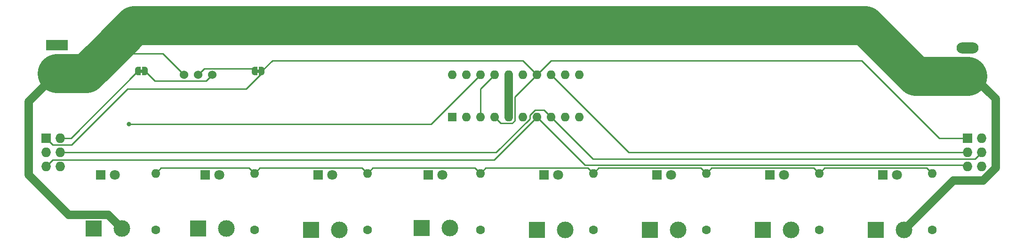
<source format=gtl>
%TF.GenerationSoftware,KiCad,Pcbnew,6.0.2-378541a8eb~116~ubuntu20.04.1*%
%TF.CreationDate,2022-03-18T17:44:59-05:00*%
%TF.ProjectId,daughter,64617567-6874-4657-922e-6b696361645f,rev?*%
%TF.SameCoordinates,Original*%
%TF.FileFunction,Copper,L1,Top*%
%TF.FilePolarity,Positive*%
%FSLAX46Y46*%
G04 Gerber Fmt 4.6, Leading zero omitted, Abs format (unit mm)*
G04 Created by KiCad (PCBNEW 6.0.2-378541a8eb~116~ubuntu20.04.1) date 2022-03-18 17:44:59*
%MOMM*%
%LPD*%
G01*
G04 APERTURE LIST*
G04 Aperture macros list*
%AMFreePoly0*
4,1,22,0.500000,-0.750000,0.000000,-0.750000,0.000000,-0.745033,-0.079941,-0.743568,-0.215256,-0.701293,-0.333266,-0.622738,-0.424486,-0.514219,-0.481581,-0.384460,-0.499164,-0.250000,-0.500000,-0.250000,-0.500000,0.250000,-0.499164,0.250000,-0.499963,0.256109,-0.478152,0.396186,-0.417904,0.524511,-0.324060,0.630769,-0.204165,0.706417,-0.067858,0.745374,0.000000,0.744959,0.000000,0.750000,
0.500000,0.750000,0.500000,-0.750000,0.500000,-0.750000,$1*%
%AMFreePoly1*
4,1,20,0.000000,0.744959,0.073905,0.744508,0.209726,0.703889,0.328688,0.626782,0.421226,0.519385,0.479903,0.390333,0.500000,0.250000,0.500000,-0.250000,0.499851,-0.262216,0.476331,-0.402017,0.414519,-0.529596,0.319384,-0.634700,0.198574,-0.708877,0.061801,-0.746166,0.000000,-0.745033,0.000000,-0.750000,-0.500000,-0.750000,-0.500000,0.750000,0.000000,0.750000,0.000000,0.744959,
0.000000,0.744959,$1*%
G04 Aperture macros list end*
%TA.AperFunction,ComponentPad*%
%ADD10R,3.000000X3.000000*%
%TD*%
%TA.AperFunction,ComponentPad*%
%ADD11C,3.000000*%
%TD*%
%TA.AperFunction,ComponentPad*%
%ADD12R,1.727200X1.727200*%
%TD*%
%TA.AperFunction,ComponentPad*%
%ADD13O,1.727200X1.727200*%
%TD*%
%TA.AperFunction,ComponentPad*%
%ADD14R,1.800000X1.800000*%
%TD*%
%TA.AperFunction,ComponentPad*%
%ADD15C,1.800000*%
%TD*%
%TA.AperFunction,SMDPad,CuDef*%
%ADD16FreePoly0,0.000000*%
%TD*%
%TA.AperFunction,SMDPad,CuDef*%
%ADD17FreePoly1,0.000000*%
%TD*%
%TA.AperFunction,ComponentPad*%
%ADD18R,3.960000X1.980000*%
%TD*%
%TA.AperFunction,ComponentPad*%
%ADD19O,3.960000X1.980000*%
%TD*%
%TA.AperFunction,ComponentPad*%
%ADD20C,1.600000*%
%TD*%
%TA.AperFunction,ComponentPad*%
%ADD21O,1.600000X1.600000*%
%TD*%
%TA.AperFunction,ComponentPad*%
%ADD22R,1.600000X1.600000*%
%TD*%
%TA.AperFunction,ComponentPad*%
%ADD23C,1.524000*%
%TD*%
%TA.AperFunction,ViaPad*%
%ADD24C,0.800000*%
%TD*%
%TA.AperFunction,Conductor*%
%ADD25C,7.000000*%
%TD*%
%TA.AperFunction,Conductor*%
%ADD26C,1.500000*%
%TD*%
%TA.AperFunction,Conductor*%
%ADD27C,0.250000*%
%TD*%
G04 APERTURE END LIST*
%TO.C,JP1*%
G36*
X63750000Y-86025000D02*
G01*
X63250000Y-86025000D01*
X63250000Y-85425000D01*
X63750000Y-85425000D01*
X63750000Y-86025000D01*
G37*
%TO.C,JP2*%
G36*
X84720000Y-86025000D02*
G01*
X84220000Y-86025000D01*
X84220000Y-85425000D01*
X84720000Y-85425000D01*
X84720000Y-86025000D01*
G37*
%TD*%
D10*
%TO.P,J7,1,Pin_1*%
%TO.N,/D6*%
X175260000Y-114300000D03*
D11*
%TO.P,J7,2,Pin_2*%
%TO.N,+VDC*%
X180340000Y-114300000D03*
%TD*%
D10*
%TO.P,J1,1,Pin_1*%
%TO.N,/D0*%
X54864000Y-114046000D03*
D11*
%TO.P,J1,2,Pin_2*%
%TO.N,+VDC*%
X59944000Y-114046000D03*
%TD*%
D12*
%TO.P,J10,1,Pin_1*%
%TO.N,GNDD*%
X46355000Y-97790000D03*
D13*
%TO.P,J10,2,Pin_2*%
%TO.N,Net-(J10-Pad2)*%
X48895000Y-97790000D03*
%TO.P,J10,3,Pin_3*%
%TO.N,/SERIN*%
X46355000Y-100330000D03*
%TO.P,J10,4,Pin_4*%
%TO.N,/CLOCK*%
X48895000Y-100330000D03*
%TO.P,J10,5,Pin_5*%
%TO.N,/LATCH*%
X46355000Y-102870000D03*
%TO.P,J10,6,Pin_6*%
%TO.N,unconnected-(J10-Pad6)*%
X48895000Y-102870000D03*
%TD*%
D14*
%TO.P,D2,1,K*%
%TO.N,/D1*%
X74925000Y-104394000D03*
D15*
%TO.P,D2,2,A*%
%TO.N,Net-(D2-Pad2)*%
X77465000Y-104394000D03*
%TD*%
D14*
%TO.P,D7,1,K*%
%TO.N,/D6*%
X176525000Y-104394000D03*
D15*
%TO.P,D7,2,A*%
%TO.N,Net-(D7-Pad2)*%
X179065000Y-104394000D03*
%TD*%
D12*
%TO.P,J9,1,Pin_1*%
%TO.N,GNDD*%
X212090000Y-97790000D03*
D13*
%TO.P,J9,2,Pin_2*%
%TO.N,+5V*%
X214630000Y-97790000D03*
%TO.P,J9,3,Pin_3*%
%TO.N,/SEROUT*%
X212090000Y-100330000D03*
%TO.P,J9,4,Pin_4*%
%TO.N,/CLOCK*%
X214630000Y-100330000D03*
%TO.P,J9,5,Pin_5*%
%TO.N,/LATCH*%
X212090000Y-102870000D03*
%TO.P,J9,6,Pin_6*%
%TO.N,unconnected-(J9-Pad6)*%
X214630000Y-102870000D03*
%TD*%
D10*
%TO.P,J2,1,Pin_1*%
%TO.N,/D1*%
X73660000Y-114046000D03*
D11*
%TO.P,J2,2,Pin_2*%
%TO.N,+VDC*%
X78740000Y-114046000D03*
%TD*%
D14*
%TO.P,D8,1,K*%
%TO.N,/D7*%
X196845000Y-104394000D03*
D15*
%TO.P,D8,2,A*%
%TO.N,Net-(D8-Pad2)*%
X199385000Y-104394000D03*
%TD*%
D16*
%TO.P,JP1,1,A*%
%TO.N,Net-(J10-Pad2)*%
X62850000Y-85725000D03*
D17*
%TO.P,JP1,2,B*%
%TO.N,+5V*%
X64150000Y-85725000D03*
%TD*%
D18*
%TO.P,J11,1,Pin_1*%
%TO.N,GNDPWR*%
X48260000Y-81055000D03*
D19*
%TO.P,J11,2,Pin_2*%
%TO.N,+VDC*%
X48260000Y-86135000D03*
%TD*%
D20*
%TO.P,R3,1*%
%TO.N,Net-(D3-Pad2)*%
X104140000Y-114300000D03*
D21*
%TO.P,R3,2*%
%TO.N,+5V*%
X104140000Y-104140000D03*
%TD*%
D10*
%TO.P,J8,1,Pin_1*%
%TO.N,/D7*%
X195580000Y-114300000D03*
D11*
%TO.P,J8,2,Pin_2*%
%TO.N,+VDC*%
X200660000Y-114300000D03*
%TD*%
D10*
%TO.P,J6,1,Pin_1*%
%TO.N,/D5*%
X154940000Y-114300000D03*
D11*
%TO.P,J6,2,Pin_2*%
%TO.N,+VDC*%
X160020000Y-114300000D03*
%TD*%
D20*
%TO.P,R4,1*%
%TO.N,Net-(D4-Pad2)*%
X124460000Y-114300000D03*
D21*
%TO.P,R4,2*%
%TO.N,+5V*%
X124460000Y-104140000D03*
%TD*%
D22*
%TO.P,U2,1,DRAIN2*%
%TO.N,/D2*%
X119380000Y-93980000D03*
D21*
%TO.P,U2,2,DRAIN3*%
%TO.N,/D3*%
X121920000Y-93980000D03*
%TO.P,U2,3,SRCLR*%
%TO.N,+5V*%
X124460000Y-93980000D03*
%TO.P,U2,4,G*%
%TO.N,GNDD*%
X127000000Y-93980000D03*
%TO.P,U2,5,PGND*%
%TO.N,GNDPWR*%
X129540000Y-93980000D03*
%TO.P,U2,6,PGND*%
X132080000Y-93980000D03*
%TO.P,U2,7,RCK*%
%TO.N,/LATCH*%
X134620000Y-93980000D03*
%TO.P,U2,8,SRCK*%
%TO.N,/CLOCK*%
X137160000Y-93980000D03*
%TO.P,U2,9,DRAIN4*%
%TO.N,/D4*%
X139700000Y-93980000D03*
%TO.P,U2,10,DRAIN5*%
%TO.N,/D5*%
X142240000Y-93980000D03*
%TO.P,U2,11,DRAIN6*%
%TO.N,/D6*%
X142240000Y-86360000D03*
%TO.P,U2,12,DRAIN7*%
%TO.N,/D7*%
X139700000Y-86360000D03*
%TO.P,U2,13,SEROUT*%
%TO.N,/SEROUT*%
X137160000Y-86360000D03*
%TO.P,U2,14,LGND*%
%TO.N,GNDD*%
X134620000Y-86360000D03*
%TO.P,U2,15,PGND*%
%TO.N,GNDPWR*%
X132080000Y-86360000D03*
%TO.P,U2,16,PGND*%
X129540000Y-86360000D03*
%TO.P,U2,17,VCC*%
%TO.N,+5V*%
X127000000Y-86360000D03*
%TO.P,U2,18,SERIN*%
%TO.N,/SERIN*%
X124460000Y-86360000D03*
%TO.P,U2,19,DRAIN0*%
%TO.N,/D0*%
X121920000Y-86360000D03*
%TO.P,U2,20,DRAIN1*%
%TO.N,/D1*%
X119380000Y-86360000D03*
%TD*%
D14*
%TO.P,D6,1,K*%
%TO.N,/D5*%
X156205000Y-104394000D03*
D15*
%TO.P,D6,2,A*%
%TO.N,Net-(D6-Pad2)*%
X158745000Y-104394000D03*
%TD*%
D20*
%TO.P,R6,1*%
%TO.N,Net-(D6-Pad2)*%
X165100000Y-114300000D03*
D21*
%TO.P,R6,2*%
%TO.N,+5V*%
X165100000Y-104140000D03*
%TD*%
D10*
%TO.P,J3,1,Pin_1*%
%TO.N,/D2*%
X93980000Y-114300000D03*
D11*
%TO.P,J3,2,Pin_2*%
%TO.N,+VDC*%
X99060000Y-114300000D03*
%TD*%
D20*
%TO.P,R7,1*%
%TO.N,Net-(D7-Pad2)*%
X185420000Y-114300000D03*
D21*
%TO.P,R7,2*%
%TO.N,+5V*%
X185420000Y-104140000D03*
%TD*%
D14*
%TO.P,D4,1,K*%
%TO.N,/D3*%
X115057000Y-104394000D03*
D15*
%TO.P,D4,2,A*%
%TO.N,Net-(D4-Pad2)*%
X117597000Y-104394000D03*
%TD*%
D14*
%TO.P,D5,1,K*%
%TO.N,/D4*%
X135885000Y-104394000D03*
D15*
%TO.P,D5,2,A*%
%TO.N,Net-(D5-Pad2)*%
X138425000Y-104394000D03*
%TD*%
D20*
%TO.P,R5,1*%
%TO.N,Net-(D5-Pad2)*%
X144780000Y-114300000D03*
D21*
%TO.P,R5,2*%
%TO.N,+5V*%
X144780000Y-104140000D03*
%TD*%
D14*
%TO.P,D3,1,K*%
%TO.N,/D2*%
X95245000Y-104394000D03*
D15*
%TO.P,D3,2,A*%
%TO.N,Net-(D3-Pad2)*%
X97785000Y-104394000D03*
%TD*%
D20*
%TO.P,R1,1*%
%TO.N,Net-(D1-Pad2)*%
X66040000Y-114300000D03*
D21*
%TO.P,R1,2*%
%TO.N,+5V*%
X66040000Y-104140000D03*
%TD*%
D16*
%TO.P,JP2,1,A*%
%TO.N,GNDPWR*%
X83820000Y-85725000D03*
D17*
%TO.P,JP2,2,B*%
%TO.N,GNDD*%
X85120000Y-85725000D03*
%TD*%
D10*
%TO.P,J5,1,Pin_1*%
%TO.N,/D4*%
X134620000Y-114300000D03*
D11*
%TO.P,J5,2,Pin_2*%
%TO.N,+VDC*%
X139700000Y-114300000D03*
%TD*%
D20*
%TO.P,R2,1*%
%TO.N,Net-(D2-Pad2)*%
X83820000Y-114300000D03*
D21*
%TO.P,R2,2*%
%TO.N,+5V*%
X83820000Y-104140000D03*
%TD*%
D23*
%TO.P,U1,1,PWR*%
%TO.N,+VDC*%
X71120000Y-86360000D03*
%TO.P,U1,2,GND*%
%TO.N,GNDPWR*%
X73660000Y-86360000D03*
%TO.P,U1,3,+5V*%
%TO.N,+5V*%
X76200000Y-86360000D03*
%TD*%
D10*
%TO.P,J4,1,Pin_1*%
%TO.N,/D3*%
X113870000Y-113980000D03*
D11*
%TO.P,J4,2,Pin_2*%
%TO.N,+VDC*%
X118950000Y-113980000D03*
%TD*%
D18*
%TO.P,J12,1,Pin_1*%
%TO.N,+VDC*%
X212090000Y-86585000D03*
D19*
%TO.P,J12,2,Pin_2*%
%TO.N,GNDPWR*%
X212090000Y-81505000D03*
%TD*%
D20*
%TO.P,R8,1*%
%TO.N,Net-(D8-Pad2)*%
X205740000Y-114300000D03*
D21*
%TO.P,R8,2*%
%TO.N,+5V*%
X205740000Y-104140000D03*
%TD*%
D14*
%TO.P,D1,1,K*%
%TO.N,/D0*%
X56129000Y-104394000D03*
D15*
%TO.P,D1,2,A*%
%TO.N,Net-(D1-Pad2)*%
X58669000Y-104394000D03*
%TD*%
D24*
%TO.N,/SERIN*%
X61214000Y-95250000D03*
%TD*%
D25*
%TO.N,+VDC*%
X53549022Y-86135000D02*
X57142011Y-82542011D01*
D26*
X217170000Y-103126480D02*
X217170000Y-90678000D01*
X43180000Y-104394000D02*
X43180000Y-91215000D01*
D27*
X67302011Y-82542011D02*
X57142011Y-82542011D01*
D25*
X48260000Y-86135000D02*
X53549022Y-86135000D01*
D27*
X71300000Y-86995000D02*
X71300000Y-86586060D01*
D25*
X202790000Y-86585000D02*
X212090000Y-86585000D01*
D26*
X57494489Y-111596489D02*
X50382489Y-111596489D01*
X200660000Y-114300000D02*
X209552480Y-105407520D01*
X50382489Y-111596489D02*
X43180000Y-104394000D01*
X59944000Y-114046000D02*
X57494489Y-111596489D01*
D25*
X57142011Y-82542011D02*
X62214022Y-77470000D01*
D26*
X214888960Y-105407520D02*
X217170000Y-103126480D01*
X213077000Y-86585000D02*
X212090000Y-86585000D01*
D25*
X62214022Y-77470000D02*
X193675000Y-77470000D01*
D26*
X43180000Y-91215000D02*
X48260000Y-86135000D01*
X209552480Y-105407520D02*
X214888960Y-105407520D01*
D27*
X71120000Y-86360000D02*
X67302011Y-82542011D01*
D26*
X217170000Y-90678000D02*
X213077000Y-86585000D01*
D25*
X193675000Y-77470000D02*
X202790000Y-86585000D01*
D27*
%TO.N,GNDD*%
X128124511Y-95104511D02*
X127000000Y-93980000D01*
X50881889Y-98978111D02*
X60960000Y-88900000D01*
X46355000Y-97790000D02*
X47543111Y-98978111D01*
X132080000Y-83820000D02*
X134620000Y-86360000D01*
X130664511Y-90315489D02*
X130664511Y-94633489D01*
X130193489Y-95104511D02*
X128124511Y-95104511D01*
X134620000Y-86360000D02*
X130664511Y-90315489D01*
X85120000Y-86133940D02*
X85120000Y-85725000D01*
X47543111Y-98978111D02*
X50881889Y-98978111D01*
X60960000Y-88900000D02*
X82353940Y-88900000D01*
X85120000Y-85725000D02*
X87025000Y-83820000D01*
X87025000Y-83820000D02*
X132080000Y-83820000D01*
X207010000Y-97790000D02*
X193040000Y-83820000D01*
X212090000Y-97790000D02*
X207010000Y-97790000D01*
X130664511Y-94633489D02*
X130193489Y-95104511D01*
X193040000Y-83820000D02*
X137160000Y-83820000D01*
X82353940Y-88900000D02*
X85120000Y-86133940D01*
X137160000Y-83820000D02*
X134620000Y-86360000D01*
%TO.N,+5V*%
X125430511Y-103169489D02*
X143809489Y-103169489D01*
X184449489Y-103169489D02*
X185420000Y-104140000D01*
X123489489Y-103169489D02*
X124460000Y-104140000D01*
X82849489Y-103169489D02*
X83820000Y-104140000D01*
X204769489Y-103169489D02*
X205740000Y-104140000D01*
X164129489Y-103169489D02*
X165100000Y-104140000D01*
X143809489Y-103169489D02*
X144780000Y-104140000D01*
X83820000Y-104140000D02*
X84790511Y-103169489D01*
X105110511Y-103169489D02*
X123489489Y-103169489D01*
X166070511Y-103169489D02*
X184449489Y-103169489D01*
X66040000Y-104140000D02*
X67010511Y-103169489D01*
X145750511Y-103169489D02*
X164129489Y-103169489D01*
X75113489Y-87446511D02*
X76200000Y-86360000D01*
X124460000Y-104140000D02*
X125430511Y-103169489D01*
X103169489Y-103169489D02*
X104140000Y-104140000D01*
X165100000Y-104140000D02*
X166070511Y-103169489D01*
X124460000Y-93980000D02*
X124460000Y-88900000D01*
X144780000Y-104140000D02*
X145750511Y-103169489D01*
X67010511Y-103169489D02*
X82849489Y-103169489D01*
X84790511Y-103169489D02*
X103169489Y-103169489D01*
X64150000Y-85725000D02*
X65871511Y-87446511D01*
X104140000Y-104140000D02*
X105110511Y-103169489D01*
X65871511Y-87446511D02*
X75113489Y-87446511D01*
X124460000Y-88900000D02*
X127000000Y-86360000D01*
X185420000Y-104140000D02*
X186390511Y-103169489D01*
X186390511Y-103169489D02*
X204769489Y-103169489D01*
%TO.N,/SEROUT*%
X137160000Y-86360000D02*
X151130000Y-100330000D01*
X151130000Y-100330000D02*
X212090000Y-100330000D01*
%TO.N,/CLOCK*%
X144698111Y-101518111D02*
X213441889Y-101518111D01*
X137160000Y-93980000D02*
X144698111Y-101518111D01*
X135890000Y-92710000D02*
X137160000Y-93980000D01*
X134299700Y-92710000D02*
X135890000Y-92710000D01*
X133350000Y-93659700D02*
X134299700Y-92710000D01*
X213441889Y-101518111D02*
X214630000Y-100330000D01*
X48895000Y-100330000D02*
X127320300Y-100330000D01*
X127320300Y-100330000D02*
X133350000Y-94300300D01*
X133350000Y-94300300D02*
X133350000Y-93659700D01*
%TO.N,/LATCH*%
X47543111Y-101681889D02*
X126918111Y-101681889D01*
X211836000Y-102616000D02*
X212090000Y-102870000D01*
X46355000Y-102870000D02*
X47543111Y-101681889D01*
X143256000Y-102616000D02*
X211836000Y-102616000D01*
X134620000Y-93980000D02*
X143256000Y-102616000D01*
X126918111Y-101681889D02*
X134620000Y-93980000D01*
%TO.N,/SERIN*%
X61214000Y-95250000D02*
X115570000Y-95250000D01*
X115570000Y-95250000D02*
X124460000Y-86360000D01*
%TO.N,GNDPWR*%
X83820000Y-85725000D02*
X83368489Y-85273489D01*
D26*
X129540000Y-86360000D02*
X129540000Y-93980000D01*
D27*
X83368489Y-85273489D02*
X74746511Y-85273489D01*
X74746511Y-85273489D02*
X73660000Y-86360000D01*
%TO.N,Net-(J10-Pad2)*%
X62850000Y-85725000D02*
X50785000Y-97790000D01*
X50785000Y-97790000D02*
X48895000Y-97790000D01*
%TD*%
M02*

</source>
